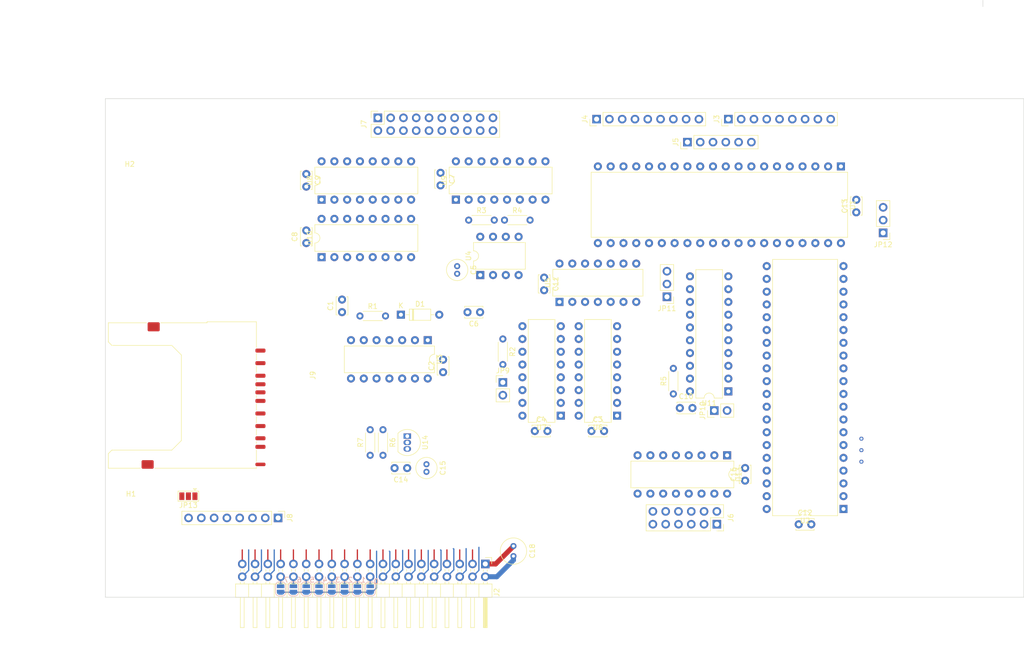
<source format=kicad_pcb>
(kicad_pcb (version 20221018) (generator pcbnew)
  (layers (0 "F.Cu" signal) (31 "B.Cu" signal) (34 "B.Paste" user) (35 "F.Paste" user) (36 "B.SilkS" user "B.Silkscreen") (37 "F.SilkS" user "F.Silkscreen") (38 "B.Mask" user) (39 "F.Mask" user) (44 "Edge.Cuts" user))
  (net 0 "")
  (net 1 "/Expansion header/A0")
  (net 2 "/~{NMI}")
  (net 3 "/Expansion header/A1")
  (net 4 "Net-(J3-Pin_2)")
  (net 5 "/Expansion header/A2")
  (net 6 "Net-(J3-Pin_3)")
  (net 7 "/Expansion header/A3")
  (net 8 "Net-(J3-Pin_4)")
  (net 9 "/Expansion header/A4")
  (net 10 "Net-(J3-Pin_5)")
  (net 11 "/Expansion header/A5")
  (net 12 "Net-(J3-Pin_6)")
  (net 13 "/Expansion header/A6")
  (net 14 "Net-(J3-Pin_7)")
  (net 15 "/Expansion header/A7")
  (net 16 "Net-(J3-Pin_8)")
  (net 17 "/Expansion header/A8")
  (net 18 "Net-(J2-Pin_20)")
  (net 19 "/Expansion header/A9")
  (net 20 "Net-(J2-Pin_22)")
  (net 21 "/Expansion header/A10")
  (net 22 "Net-(J2-Pin_24)")
  (net 23 "/Expansion header/A11")
  (net 24 "Net-(J2-Pin_26)")
  (net 25 "/Expansion header/A12")
  (net 26 "Net-(J2-Pin_28)")
  (net 27 "/Expansion header/A13")
  (net 28 "Net-(J2-Pin_30)")
  (net 29 "/Expansion header/A14")
  (net 30 "Net-(J2-Pin_32)")
  (net 31 "/Expansion header/A15")
  (net 32 "Net-(J2-Pin_34)")
  (net 33 "Net-(J3-Pin_9)")
  (net 34 "/Expansion header/~{DMA}")
  (net 35 "Net-(J4-Pin_2)")
  (net 36 "Net-(J4-Pin_3)")
  (net 37 "Net-(J4-Pin_4)")
  (net 38 "Net-(J4-Pin_5)")
  (net 39 "Net-(J4-Pin_6)")
  (net 40 "Net-(J4-Pin_7)")
  (net 41 "Net-(J4-Pin_8)")
  (net 42 "Net-(J4-Pin_9)")
  (net 43 "Net-(J5-Pin_2)")
  (net 44 "Net-(J5-Pin_3)")
  (net 45 "Net-(J5-Pin_4)")
  (net 46 "Net-(J5-Pin_5)")
  (net 47 "/PS2 keyboard interface/~{PS2ShiftOE}")
  (net 48 "Net-(JP10-A)")
  (net 49 "Net-(JP12-C)")
  (net 50 "Net-(U1-CS1)")
  (net 51 "/SPI_MOSI")
  (net 52 "/SPI_MISO")
  (net 53 "/SPI_CLK")
  (net 54 "Net-(U13-A0)")
  (net 55 "Net-(U13-A1)")
  (net 56 "Net-(U13-A2)")
  (net 57 "/PS2 keyboard interface/KeyboardBit0")
  (net 58 "/PS2 keyboard interface/KeyboardBit1")
  (net 59 "/PS2 keyboard interface/KeyboardBit2")
  (net 60 "/PS2 keyboard interface/KeyboardBit3")
  (net 61 "/PS2 keyboard interface/KeyboardBit4")
  (net 62 "/PS2 keyboard interface/KeyboardBit5")
  (net 63 "/PS2 keyboard interface/KeyboardBit6")
  (net 64 "/PS2 keyboard interface/KeyboardBit7")
  (net 66 "Net-(JP11-C)")
  (net 67 "Net-(J1-Pad5)")
  (net 68 "Net-(D1-A)")
  (net 71 "VCC")
  (net 72 "GND")
  (net 73 "/Clock")
  (net 74 "/~{RST}")
  (net 75 "/R~{W}")
  (net 76 "/~{IRQ}")
  (net 77 "/~{CS}")
  (net 78 "/PS2 keyboard interface/~{KeyboardClk}")
  (net 79 "Net-(D1-K)")
  (net 80 "/PS2 keyboard interface/KeyPresent")
  (net 84 "Net-(U4-THR)")
  (net 85 "/Scanning keyboard interface/KeyboardScanClock")
  (net 86 "Net-(U4-CV)")
  (net 87 "Net-(U4-DIS)")
  (net 88 "Net-(U6-QH')")
  (net 89 "/PS2 keyboard interface/KeyboardData")
  (net 99 "/Scanning keyboard interface/Scancode0")
  (net 100 "/Scanning keyboard interface/Scancode1")
  (net 101 "/Scanning keyboard interface/Scancode2")
  (net 102 "/Scanning keyboard interface/col7")
  (net 103 "/Scanning keyboard interface/col6")
  (net 104 "/Scanning keyboard interface/col5")
  (net 105 "/Scanning keyboard interface/col4")
  (net 106 "/Scanning keyboard interface/col3")
  (net 107 "/Scanning keyboard interface/col2")
  (net 108 "/Scanning keyboard interface/col1")
  (net 109 "/Scanning keyboard interface/col0")
  (net 110 "/Scanning keyboard interface/row4")
  (net 111 "/Scanning keyboard interface/row5")
  (net 112 "/Scanning keyboard interface/row6")
  (net 113 "/Scanning keyboard interface/row7")
  (net 114 "/Scanning keyboard interface/Scancode5")
  (net 115 "/Scanning keyboard interface/Scancode4")
  (net 116 "/Scanning keyboard interface/Scancode3")
  (net 117 "/Scanning keyboard interface/row0")
  (net 118 "/Scanning keyboard interface/row1")
  (net 119 "/Scanning keyboard interface/row2")
  (net 120 "/Scanning keyboard interface/row3")
  (net 121 "Net-(U9-GS)")
  (net 125 "Net-(U10-~{BO})")
  (net 127 "/Scanning keyboard interface/mod0")
  (net 128 "/Scanning keyboard interface/mod1")
  (net 129 "/Scanning keyboard interface/KeyPresent")
  (net 130 "/~{SPI_CS7}")
  (net 131 "/~{SPI_CS6}")
  (net 132 "/~{SPI_CS5}")
  (net 133 "/~{SPI_CS4}")
  (net 134 "/~{SPI_CS3}")
  (net 135 "/~{SPI_CS2}")
  (net 136 "/~{SPI_CS1}")
  (net 139 "+3.3V")
  (net 141 "/SD-Card/SD_SDI")
  (net 144 "/SD-Card/SD_CardDetect")
  (net 145 "/SD-Card/SD_WriteProtect")
  (net 146 "Net-(J8-Pin_8)")
  (net 147 "Net-(U14-ADJ)")
  (net 148 "/Card_Detect")
  (net 149 "/SD-Card/SD_CS")
  (net 150 "/SD-Card/SD_CLK")
  (net 151 "/SD-Card/SD_SDO")
  (net 161 "/Expansion header/D0")
  (net 162 "/Expansion header/D1")
  (net 163 "/Expansion header/D2")
  (net 164 "/Expansion header/D3")
  (net 165 "/Expansion header/D4")
  (net 166 "/Expansion header/D5")
  (net 167 "/Expansion header/D6")
  (net 168 "/Expansion header/D7")
  (footprint "Capacitor_THT:C_Disc_D3.4mm_W2.1mm_P2.50mm" (layer "F.Cu") (at 84.582 97.79 90)
    (fp_text reference "C1")
    (fp_text value "100nf")
  )
  (footprint "Capacitor_THT:C_Disc_D3.4mm_W2.1mm_P2.50mm" (layer "F.Cu") (at 77.485 84.064 90)
    (fp_text reference "C8")
    (fp_text value "100nf")
  )
  (footprint "Resistor_THT:R_Axial_DIN0204_L3.6mm_D1.6mm_P5.08mm_Horizontal" (layer "F.Cu") (at 92.71 121.158 -90)
    (fp_text reference "R6")
    (fp_text value "220R")
  )
  (footprint "Connector_PinHeader_2.54mm:PinHeader_1x03_P2.54mm_Vertical" (layer "F.Cu") (at 149.098 94.742 180)
    (fp_text reference "JP11")
    (fp_text value "Key present select")
  )
  (footprint "Connector_PinHeader_2.54mm:PinHeader_1x09_P2.54mm_Vertical" (layer "F.Cu") (at 161.29 59.436 90)
    (fp_text reference "J3")
    (fp_text value "PortA")
  )
  (footprint "Resistor_THT:R_Axial_DIN0204_L3.6mm_D1.6mm_P5.08mm_Horizontal" (layer "F.Cu") (at 90.17 126.238 90)
    (fp_text reference "R7")
    (fp_text value "370R")
  )
  (footprint "Capacitor_THT:C_Disc_D3.4mm_W2.1mm_P2.50mm" (layer "F.Cu") (at 77.485 70.348 -90)
    (fp_text reference "C9")
    (fp_text value "100nf")
  )
  (footprint "Connector_PinSocket_2.54mm:PinSocket_2x06_P2.54mm_Vertical" (layer "F.Cu") (at 159.004 139.929 -90)
    (fp_text reference "J6")
    (fp_text value "SPI")
  )
  (footprint "Capacitor_THT:C_Disc_D3.4mm_W2.1mm_P2.50mm" (layer "F.Cu") (at 104.648 109.728 90)
    (fp_text reference "C2")
    (fp_text value "100nf")
  )
  (footprint "Diode_THT:D_DO-35_SOD27_P7.62mm_Horizontal" (layer "F.Cu") (at 96.266 98.298)
    (fp_text reference "D1")
    (fp_text value "1N457")
  )
  (footprint "Capacitor_THT:C_Disc_D3.4mm_W2.1mm_P2.50mm" (layer "F.Cu") (at 164.617 131.268 90)
    (fp_text reference "C16")
    (fp_text value "100nf")
  )
  (footprint "Connector_PinHeader_2.54mm:PinHeader_1x03_P2.54mm_Vertical" (layer "F.Cu") (at 192.024 82.042 180)
    (fp_text reference "JP12")
    (fp_text value "IRQ Select")
  )
  (footprint "Resistor_THT:R_Axial_DIN0204_L3.6mm_D1.6mm_P5.08mm_Horizontal" (layer "F.Cu") (at 116.84 79.502)
    (fp_text reference "R4")
    (fp_text value "22k")
  )
  (footprint "Package_DIP:DIP-20_W7.62mm" (layer "F.Cu") (at 161.29 113.538 180)
    (fp_text reference "U11")
    (fp_text value "74HCT541")
  )
  (footprint "Package_DIP:DIP-16_W7.62mm" (layer "F.Cu") (at 80.518 75.438 90)
    (fp_text reference "U8")
    (fp_text value "74HCT138")
  )
  (footprint "Capacitor_THT:C_Radial_D4.0mm_H5.0mm_P1.50mm" (layer "F.Cu") (at 101.346 128.016 -90)
    (fp_text reference "C15")
    (fp_text value "100nf")
  )
  (footprint "Package_DIP:DIP-16_W7.62mm" (layer "F.Cu") (at 128.016 118.364 180)
    (fp_text reference "U7")
    (fp_text value "74HCT595")
  )
  (footprint "Resistor_THT:R_Axial_DIN0204_L3.6mm_D1.6mm_P5.08mm_Horizontal" (layer "F.Cu") (at 109.728 79.502)
    (fp_text reference "R3")
    (fp_text value "1.5k")
  )
  (footprint "Connector_PinSocket_2.54mm:PinSocket_2x10_P2.54mm_Vertical" (layer "F.Cu") (at 91.694 59.182 90)
    (fp_text reference "J7")
    (fp_text value "Keyboard connector")
  )
  (footprint "Connector_PinHeader_2.54mm:PinHeader_1x06_P2.54mm_Vertical" (layer "F.Cu") (at 153.162 64.008 90)
    (fp_text reference "J5")
    (fp_text value "ControlLines")
  )
  (footprint "Connector_Card:SD_Kyocera_145638109511859+" (layer "F.Cu") (at 55.88 114.808 -90)
    (fp_text reference "J9")
    (fp_text value "SD_Card")
  )
  (footprint "Connector_PinHeader_2.54mm:PinHeader_1x02_P2.54mm_Vertical" (layer "F.Cu") (at 158.496 117.348 90)
    (fp_text reference "JP10")
    (fp_text value "Enable Scanning Keyboard Output")
  )
  (footprint "Capacitor_THT:C_Disc_D3.4mm_W2.1mm_P2.50mm" (layer "F.Cu") (at 151.658 116.84)
    (fp_text reference "C10")
    (fp_text value "100nf")
  )
  (footprint "Resistor_THT:R_Axial_DIN0204_L3.6mm_D1.6mm_P5.08mm_Horizontal" (layer "F.Cu") (at 116.514 103.124 -90)
    (fp_text reference "R2")
    (fp_text value "10k")
  )
  (footprint "Capacitor_THT:C_Disc_D3.4mm_W2.1mm_P2.50mm" (layer "F.Cu") (at 111.994 97.8 180)
    (fp_text reference "C6")
    (fp_text value "100nf")
  )
  (footprint "Capacitor_THT:C_Radial_D5.0mm_H7.0mm_P2.00mm" (layer "F.Cu") (at 118.618 144.272 -90)
    (fp_text reference "C18")
    (fp_text value "100nf")
  )
  (footprint "Package_DIP:DIP-16_W7.62mm" (layer "F.Cu") (at 139.192 118.364 180)
    (fp_text reference "U6")
    (fp_text value "74HCT595")
  )
  (footprint "Capacitor_THT:C_Disc_D3.4mm_W2.1mm_P2.50mm" (layer "F.Cu") (at 134.112 121.412)
    (fp_text reference "C3")
    (fp_text value "100nf")
  )
  (footprint "Capacitor_THT:C_Disc_D3.4mm_W2.1mm_P2.50mm" (layer "F.Cu") (at 97.516 128.778 180)
    (fp_text reference "C14")
    (fp_text value "100nf")
  )
  (footprint "Resistor_THT:R_Axial_DIN0204_L3.6mm_D1.6mm_P5.08mm_Horizontal" (layer "F.Cu") (at 150.368 114.046 90)
    (fp_text reference "R5")
    (fp_text value "10k")
  )
  (footprint "Resistor_THT:R_Axial_DIN0204_L3.6mm_D1.6mm_P5.08mm_Horizontal" (layer "F.Cu") (at 88.138 98.552)
    (fp_text reference "R1")
    (fp_text value "33k")
  )
  (footprint "Capacitor_THT:C_Disc_D3.4mm_W2.1mm_P2.50mm" (layer "F.Cu") (at 186.69 77.958 90)
    (fp_text reference "C13")
    (fp_text value "100nf")
  )
  (footprint "Connector_PinHeader_2.54mm:PinHeader_1x09_P2.54mm_Vertical" (layer "F.Cu") (at 135.128 59.436 90)
    (fp_text reference "J4")
    (fp_text value "PortB")
  )
  (footprint "Package_DIP:DIP-16_W7.62mm" (layer "F.Cu") (at 80.518 86.868 90)
    (fp_text reference "U10")
    (fp_text value "74HCT193")
  )
  (footprint "Package_DIP:DIP-16_W7.62mm" (layer "F.Cu") (at 161.046 126.238 -90)
    (fp_text reference "U13")
    (fp_text value "74HCT138")
  )
  (footprint "MountingHole:MountingHole_2.5mm" (layer "F.Cu") (at 42.418 71.882)
    (fp_text reference "H2")
    (fp_text value "MountingHole")
  )
  (footprint "Package_DIP:DIP-8_W7.62mm" (layer "F.Cu") (at 112.024 90.424 90)
    (fp_text reference "U4")
    (fp_text value "NE555P")
  )
  (footprint "Package_DIP:DIP-14_W7.62mm" (layer "F.Cu") (at 101.6 103.358 -90)
    (fp_text reference "U3")
    (fp_text value "74HCT14")
  )
  (footprint "Package_DIP:DIP-14_W7.62mm" (layer "F.Cu") (at 127.762 95.758 90)
    (fp_text reference "U5")
    (fp_text value "74HCT00")
  )
  (footprint "MountingHole:MountingHole_2.5mm" (layer "F.Cu") (at 42.672 137.414)
    (fp_text reference "H1")
    (fp_text value "MountingHole")
  )
  (footprint "Capacitor_THT:C_Disc_D3.4mm_W2.1mm_P2.50mm" (layer "F.Cu") (at 124.714 90.932 -90)
    (fp_text reference "C11")
    (fp_text value "100nf")
  )
  (footprint "Jumper:SolderJumper-3_P1.3mm_Open_Pad1.0x1.5mm" (layer "F.Cu") (at 54.072 134.366 180)
    (fp_text reference "JP13")
    (fp_text value "SD-Card voltage select")
  )
  (footprint "Package_DIP:DIP-40_W15.24mm" (layer "F.Cu") (at 184.15 136.906 180)
    (fp_text reference "U2")
    (fp_text value "W65C22SxP")
  )
  (footprint "Connector_PinHeader_2.54mm:PinHeader_2x20_P2.54mm_Horizontal" (layer "F.Cu") (at 113.03 147.828 -90)
    (fp_text reference "J2")
    (fp_text value "Bus expansion")
  )
  (footprint "Capacitor_THT:C_Disc_D3.4mm_W2.1mm_P2.50mm" (layer "F.Cu") (at 104.14 70.104 -90)
    (fp_text reference "C7")
    (fp_text value "100nf")
  )
  (footprint "Connector_PinHeader_2.54mm:PinHeader_1x02_P2.54mm_Vertical" (layer "F.Cu") (at 116.514 111.755)
    (fp_text reference "JP9")
    (fp_text value "Enable PS2 Output")
  )
  (footprint "Package_TO_SOT_THT:TO-92_Inline" (layer "F.Cu") (at 97.536 122.428 -90)
    (fp_text reference "U14")
    (fp_text value "LM317L_TO92")
  )
  (footprint "Capacitor_THT:C_Disc_D3.4mm_W2.1mm_P2.50mm" (layer "F.Cu") (at 175.26 139.954)
    (fp_text reference "C12")
    (fp_text value "100nf")
  )
  (footprint "Connector_PinHeader_2.54mm:PinHeader_1x08_P2.54mm_Vertical" (layer "F.Cu") (at 71.882 138.684 -90)
    (fp_text reference "J8")
    (fp_text value "SD-Card module")
  )
  (footprint "Capacitor_THT:C_Radial_D4.0mm_H5.0mm_P1.50mm" (layer "F.Cu") (at 107.442 88.656 -90)
    (fp_text reference "C5")
    (fp_text value "220nf")
  )
  (footprint "Package_DIP:DIP-40_W15.24mm" (layer "F.Cu") (at 183.642 68.834 -90)
    (fp_text reference "U1")
    (fp_text value "W65C22SxP")
  )
  (footprint "Capacitor_THT:C_Disc_D3.4mm_W2.1mm_P2.50mm" (layer "F.Cu") (at 122.864 121.412)
    (fp_text reference "C4")
    (fp_text value "100nf")
  )
  (footprint "Package_DIP:DIP-16_W7.62mm" (layer "F.Cu") (at 107.188 75.438 90)
    (fp_text reference "U9")
    (fp_text value "74HCT148")
  )
  (footprint "Jumper:SolderJumper-2_P1.3mm_Open_RoundedPad1.0x1.5mm" (layer "B.Cu") (at 77.47 152.796 -90)
    (fp_text reference "JP6" hide)
    (fp_text value "SolderJumper_2_Open" hide)
  )
  (footprint "Jumper:SolderJumper-2_P1.3mm_Open_RoundedPad1.0x1.5mm" (layer "B.Cu") (at 82.55 152.796 -90)
    (fp_text reference "JP4" hide)
    (fp_text value "SolderJumper_2_Open" hide)
  )
  (footprint "Jumper:SolderJumper-2_P1.3mm_Open_RoundedPad1.0x1.5mm" (layer "B.Cu") (at 85.09 152.796 -90)
    (fp_text reference "JP3" hide)
    (fp_text value "SolderJumper_2_Open" hide)
  )
  (footprint "Jumper:SolderJumper-2_P1.3mm_Open_RoundedPad1.0x1.5mm" (layer "B.Cu") (at 80.01 152.796 -90)
    (fp_text reference "JP5" hide)
    (fp_text value "SolderJumper_2_Open" hide)
  )
  (footprint "Jumper:SolderJumper-2_P1.3mm_Open_RoundedPad1.0x1.5mm" (layer "B.Cu") (at 87.63 152.796 -90)
    (fp_text reference "JP2" hide)
    (fp_text value "SolderJumper_2_Open" hide)
  )
  (footprint "Jumper:SolderJumper-2_P1.3mm_Open_RoundedPad1.0x1.5mm" (layer "B.Cu") (at 72.39 152.796 -90)
    (fp_text reference "JP8" hide)
    (fp_text value "SolderJumper_2_Open" hide)
  )
  (footprint "Jumper:SolderJumper-2_P1.3mm_Open_RoundedPad1.0x1.5mm" (layer "B.Cu") (at 74.93 152.796 -90)
    (fp_text reference "JP7" hide)
    (fp_text value "SolderJumper_2_Open" hide)
  )
  (footprint "Jumper:SolderJumper-2_P1.3mm_Open_RoundedPad1.0x1.5mm" (layer "B.Cu") (at 90.17 152.796 -90)
    (fp_text reference "JP1" hide)
    (fp_text value "SolderJumper_2_Open" hide)
  )
  (gr_line (start 219.964 55.372) (end 219.964 154.432) (stroke (width 0.1)) (layer "Edge.Cuts"))
  (gr_line (start 37.592 55.372) (end 37.592 154.432) (stroke (width 0.1)) (layer "Edge.Cuts"))
  (gr_line locked (start 37.592 55.372) (end 219.964 55.372) (stroke (width 0.1)) (layer "Edge.Cuts"))
  (gr_line (start 37.592 154.432) (end 219.964 154.432) (stroke (width 0.1)) (layer "Edge.Cuts"))
  (gr_line (start 211.836 35.814) (end 211.836 37.084) (stroke (width 0.1)) (layer "Edge.Cuts"))
  (gr_text "4" (at 81.755025 151.601025) (layer "B.SilkS") (effects (font (size 1 1)) (justify left bottom mirror)))
  (gr_text "5" (at 79.215025 151.601025) (layer "B.SilkS") (effects (font (size 1 1)) (justify left bottom mirror)))
  (gr_text "1" (at 89.375025 151.601025) (layer "B.SilkS") (effects (font (size 1 1)) (justify left bottom mirror)))
  (gr_text "0" (at 91.948 151.892) (layer "B.SilkS") (effects (font (size 1 1)) (justify left bottom mirror)))
  (gr_text "3" (at 84.295025 151.601025) (layer "B.SilkS") (effects (font (size 1 1)) (justify left bottom mirror)))
  (gr_text "2" (at 86.835025 151.601025) (layer "B.SilkS") (effects (font (size 1 1)) (justify left bottom mirror)))
  (gr_text "6" (at 76.675025 151.601025) (layer "B.SilkS") (effects (font (size 1 1)) (justify left bottom mirror)))
  (gr_text "7" (at 74.135025 151.601025) (layer "B.SilkS") (effects (font (size 1 1)) (justify left bottom mirror)))
  (segment (start 110.49 147.828) (end 110.49 145.034) (width 0.25) (layer "F.Cu") (net 1))
  (segment (start 68.58 149.098) (end 68.58 145.034) (width 0.25) (layer "B.Cu") (net 2))
  (segment (start 67.31 150.368) (end 68.58 149.098) (width 0.25) (layer "B.Cu") (net 2))
  (segment (start 107.95 147.828) (end 107.95 145.034) (width 0.25) (layer "F.Cu") (net 3))
  (via (at 187.706 127.508) (size 0.8) (drill 0.4) (layers "F.Cu" "B.Cu") (net 3))
  (segment (start 105.41 147.828) (end 105.41 145.034) (width 0.25) (layer "F.Cu") (net 5))
  (via (at 187.706 125.222) (size 0.8) (drill 0.4) (layers "F.Cu" "B.Cu") (net 5))
  (segment (start 102.87 147.828) (end 102.87 145.034) (width 0.25) (layer "F.Cu") (net 7))
  (via (at 187.706 122.936) (size 0.8) (drill 0.4) (layers "F.Cu" "B.Cu") (net 7))
  (segment (start 100.33 147.828) (end 100.33 145.034) (width 0.25) (layer "F.Cu") (net 9))
  (segment (start 97.79 147.828) (end 97.79 145.034) (width 0.25) (layer "F.Cu") (net 11))
  (segment (start 95.25 147.828) (end 95.25 145.034) (width 0.25) (layer "F.Cu") (net 13))
  (segment (start 92.71 147.828) (end 92.71 145.034) (width 0.25) (layer "F.Cu") (net 15))
  (segment (start 90.17 147.828) (end 90.17 145.034) (width 0.25) (layer "F.Cu") (net 17))
  (segment (start 90.17 152.146) (end 90.17 150.368) (width 0.25) (layer "B.Cu") (net 18))
  (segment (start 87.63 147.828) (end 87.63 145.034) (width 0.25) (layer "F.Cu") (net 19))
  (segment (start 87.63 152.146) (end 87.63 150.368) (width 0.25) (layer "B.Cu") (net 20))
  (segment (start 85.09 147.828) (end 85.09 145.034) (width 0.25) (layer "F.Cu") (net 21))
  (segment (start 85.09 152.146) (end 85.09 150.368) (width 0.25) (layer "B.Cu") (net 22))
  (segment (start 82.55 147.828) (end 82.55 145.034) (width 0.25) (layer "F.Cu") (net 23))
  (segment (start 82.55 152.146) (end 82.55 150.368) (width 0.25) (layer "B.Cu") (net 24))
  (segment (start 80.01 147.828) (end 80.01 145.034) (width 0.25) (layer "F.Cu") (net 25))
  (segment (start 80.01 152.146) (end 80.01 150.368) (width 0.25) (layer "B.Cu") (net 26))
  (segment (start 77.47 147.828) (end 77.47 145.034) (width 0.25) (layer "F.Cu") (net 27))
  (segment (start 77.47 152.146) (end 77.47 150.368) (width 0.25) (layer "B.Cu") (net 28))
  (segment (start 74.93 147.828) (end 74.93 145.034) (width 0.25) (layer "F.Cu") (net 29))
  (segment (start 74.93 152.146) (end 74.93 150.368) (width 0.25) (layer "B.Cu") (net 30))
  (segment (start 72.39 147.828) (end 72.39 145.034) (width 0.25) (layer "F.Cu") (net 31))
  (segment (start 72.39 152.146) (end 72.39 150.368) (width 0.25) (layer "B.Cu") (net 32))
  (segment (start 64.77 147.828) (end 64.77 145.034) (width 0.25) (layer "F.Cu") (net 34))
  (segment (start 115.094 147.828) (end 118.618 144.304) (width 1) (layer "F.Cu") (net 71))
  (segment (start 113.03 147.828) (end 115.094 147.828) (width 1) (layer "F.Cu") (net 71))
  (segment (start 113.03 150.368) (end 115.316 150.368) (width 1) (layer "B.Cu") (net 72))
  (segment (start 115.316 150.368) (end 118.618 147.066) (width 1) (layer "B.Cu") (net 72))
  (segment (start 118.618 147.066) (end 118.618 146.304) (width 1) (layer "B.Cu") (net 72))
  (segment (start 69.85 147.828) (end 69.85 145.034) (width 0.25) (layer "F.Cu") (net 73))
  (segment (start 71.12 149.098) (end 71.12 145.034) (width 0.25) (layer "B.Cu") (net 74))
  (segment (start 69.85 150.368) (end 71.12 149.098) (width 0.25) (layer "B.Cu") (net 74))
  (segment (start 67.31 147.828) (end 67.31 145.034) (width 0.25) (layer "F.Cu") (net 75))
  (segment (start 64.77 150.368) (end 66.04 149.098) (width 0.25) (layer "B.Cu") (net 76))
  (segment (start 66.04 149.098) (end 66.04 145.034) (width 0.25) (layer "B.Cu") (net 76))
  (segment (start 80.01 153.446) (end 77.47 153.446) (width 0.25) (layer "B.Cu") (net 77))
  (segment (start 82.55 153.446) (end 80.01 153.446) (width 0.25) (layer "B.Cu") (net 77))
  (segment (start 85.09 153.446) (end 82.55 153.446) (width 0.25) (layer "B.Cu") (net 77))
  (segment (start 90.17 153.446) (end 90.57962 153.446) (width 0.25) (layer "B.Cu") (net 77))
  (segment (start 91.44 152.58562) (end 91.44 145.288) (width 0.25) (layer "B.Cu") (net 77))
  (segment (start 87.63 153.446) (end 85.09 153.446) (width 0.25) (layer "B.Cu") (net 77))
  (segment (start 90.17 153.446) (end 87.63 153.446) (width 0.25) (layer "B.Cu") (net 77))
  (segment (start 74.93 153.446) (end 72.39 153.446) (width 0.25) (layer "B.Cu") (net 77))
  (segment (start 90.57962 153.446) (end 91.44 152.58562) (width 0.25) (layer "B.Cu") (net 77))
  (segment (start 74.93 153.446) (end 77.47 153.446) (width 0.25) (layer "B.Cu") (net 77))
  (segment (start 110.49 150.368) (end 111.76 149.098) (width 0.25) (layer "B.Cu") (net 161))
  (segment (start 111.76 149.098) (end 111.76 144.526) (width 0.25) (layer "B.Cu") (net 161))
  (segment (start 107.95 150.368) (end 109.22 149.098) (width 0.25) (layer "B.Cu") (net 162))
  (segment (start 109.22 149.098) (end 109.22 144.78) (width 0.25) (layer "B.Cu") (net 162))
  (segment (start 105.41 150.368) (end 106.775 149.003) (width 0.25) (layer "B.Cu") (net 163))
  (segment (start 106.775 149.003) (end 106.775 144.875) (width 0.25) (layer "B.Cu") (net 163))
  (segment (start 106.775 144.875) (end 106.68 144.78) (width 0.25) (layer "B.Cu") (net 163))
  (segment (start 104.235 149.003) (end 104.235 145.129) (width 0.25) (layer "B.Cu") (net 164))
  (segment (start 104.235 145.129) (end 104.14 145.034) (width 0.25) (layer "B.Cu") (net 164))
  (segment (start 102.87 150.368) (end 104.235 149.003) (width 0.25) (layer "B.Cu") (net 164))
  (segment (start 100.33 150.368) (end 101.695 149.003) (width 0.25) (layer "B.Cu") (net 165))
  (segment (start 101.695 149.003) (end 101.695 145.129) (width 0.25) (layer "B.Cu") (net 165))
  (segment (start 99.06 149.098) (end 99.06 145.034) (width 0.25) (layer "B.Cu") (net 166))
  (segment (start 97.79 150.368) (end 99.06 149.098) (width 0.25) (layer "B.Cu") (net 166))
  (segment (start 96.615 149.003) (end 96.615 145.129) (width 0.25) (layer "B.Cu") (net 167))
  (segment (start 95.25 150.368) (end 96.615 149.003) (width 0.25) (layer "B.Cu") (net 167))
  (segment (start 94.075 145.383) (end 93.98 145.288) (width 0.25) (layer "B.Cu") (net 168))
  (segment (start 94.075 149.003) (end 94.075 145.383) (width 0.25) (layer "B.Cu") (net 168))
  (segment (start 92.71 150.368) (end 94.075 149.003) (width 0.25) (layer "B.Cu") (net 168))
)
</source>
